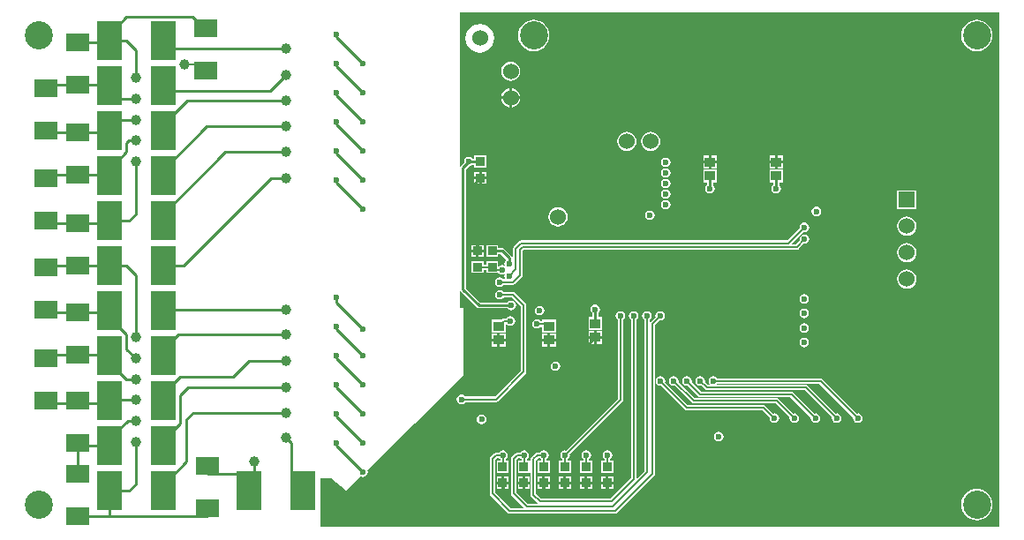
<source format=gbl>
G04 Layer_Physical_Order=4*
G04 Layer_Color=16711680*
%FSTAX24Y24*%
%MOIN*%
G70*
G01*
G75*
%ADD16R,0.0335X0.0335*%
%ADD25R,0.0394X0.0354*%
%ADD39C,0.0100*%
%ADD41C,0.0080*%
%ADD42C,0.1063*%
%ADD43R,0.0600X0.0600*%
%ADD44C,0.0600*%
%ADD45C,0.0236*%
%ADD46C,0.0394*%
%ADD47R,0.0965X0.1457*%
%ADD48R,0.0850X0.0700*%
G36*
X046313Y02713D02*
X020656Y02713D01*
Y028978D01*
X021051D01*
X021638Y028512D01*
X022184Y029049D01*
X022199Y029039D01*
X022269Y029025D01*
X022338Y029039D01*
X022397Y029078D01*
X022436Y029137D01*
X02245Y029207D01*
X022436Y029276D01*
X022428Y029289D01*
X026055Y03286D01*
X026055Y035425D01*
X025931D01*
Y046565D01*
X046313Y046565D01*
X046313Y02713D01*
D02*
G37*
%LPC*%
G36*
X034006Y032838D02*
X033937Y032824D01*
X033878Y032785D01*
X033839Y032726D01*
X033825Y032656D01*
X033839Y032587D01*
X033878Y032528D01*
X033937Y032489D01*
X034006Y032475D01*
X034037Y032481D01*
X03469Y031828D01*
X034724Y031806D01*
X034763Y031798D01*
X037858D01*
X038375Y031281D01*
X038368Y03125D01*
X038382Y031181D01*
X038422Y031122D01*
X038481Y031082D01*
X03855Y031068D01*
X038619Y031082D01*
X038678Y031122D01*
X038718Y031181D01*
X038732Y03125D01*
X038718Y031319D01*
X038678Y031378D01*
X038619Y031418D01*
X03855Y031432D01*
X038519Y031425D01*
X037972Y031972D01*
X037939Y031994D01*
X0379Y032002D01*
X034805D01*
X034182Y032625D01*
X034188Y032656D01*
X034174Y032726D01*
X034135Y032785D01*
X034076Y032824D01*
X034006Y032838D01*
D02*
G37*
G36*
X0335Y032832D02*
X033431Y032818D01*
X033372Y032778D01*
X033332Y03272D01*
X033318Y03265D01*
X033332Y03258D01*
X033372Y032522D01*
X033431Y032482D01*
X0335Y032468D01*
X033531Y032475D01*
X034428Y031578D01*
X034461Y031556D01*
X0345Y031548D01*
X037358D01*
X037625Y031281D01*
X037618Y03125D01*
X037632Y031181D01*
X037672Y031122D01*
X037731Y031082D01*
X0378Y031068D01*
X03787Y031082D01*
X037928Y031122D01*
X037968Y031181D01*
X037982Y03125D01*
X037968Y031319D01*
X037928Y031378D01*
X03787Y031418D01*
X0378Y031432D01*
X037769Y031425D01*
X037472Y031722D01*
X037439Y031744D01*
X0374Y031752D01*
X034542D01*
X033675Y032619D01*
X033682Y03265D01*
X033668Y03272D01*
X033628Y032778D01*
X03357Y032818D01*
X0335Y032832D01*
D02*
G37*
G36*
X034506Y032838D02*
X034437Y032824D01*
X034378Y032785D01*
X034339Y032726D01*
X034325Y032656D01*
X034339Y032587D01*
X034378Y032528D01*
X034437Y032489D01*
X034506Y032475D01*
X034537Y032481D01*
X034941Y032078D01*
X034974Y032056D01*
X035013Y032048D01*
X038408D01*
X039175Y031281D01*
X039168Y03125D01*
X039182Y031181D01*
X039222Y031122D01*
X039281Y031082D01*
X03935Y031068D01*
X03942Y031082D01*
X039478Y031122D01*
X039518Y031181D01*
X039532Y03125D01*
X039518Y031319D01*
X039478Y031378D01*
X03942Y031418D01*
X03935Y031432D01*
X039319Y031425D01*
X038522Y032222D01*
X038489Y032244D01*
X03845Y032252D01*
X035055D01*
X034682Y032625D01*
X034688Y032656D01*
X034674Y032726D01*
X034635Y032785D01*
X034576Y032824D01*
X034506Y032838D01*
D02*
G37*
G36*
X027444Y036092D02*
X027374Y036078D01*
X027315Y036038D01*
X027276Y035979D01*
X027262Y03591D01*
X027276Y03584D01*
X027315Y035782D01*
X027374Y035742D01*
X027444Y035728D01*
X027513Y035742D01*
X027572Y035782D01*
X02759Y035808D01*
X027901D01*
X028242Y035468D01*
Y033052D01*
X027251Y032062D01*
X02614D01*
X026122Y032088D01*
X026063Y032128D01*
X025994Y032142D01*
X025924Y032128D01*
X025865Y032088D01*
X025826Y03203D01*
X025812Y03196D01*
X025826Y03189D01*
X025865Y031832D01*
X025924Y031792D01*
X025994Y031778D01*
X026063Y031792D01*
X026122Y031832D01*
X02614Y031858D01*
X027294D01*
X027333Y031866D01*
X027366Y031888D01*
X028416Y032938D01*
X028438Y032971D01*
X028446Y03301D01*
Y03551D01*
X028438Y035549D01*
X028416Y035582D01*
X028016Y035982D01*
X027983Y036004D01*
X027944Y036012D01*
X02759D01*
X027572Y036038D01*
X027513Y036078D01*
X027444Y036092D01*
D02*
G37*
G36*
X035006Y032838D02*
X034937Y032824D01*
X034878Y032785D01*
X034839Y032726D01*
X034825Y032656D01*
X034839Y032587D01*
X034878Y032528D01*
X034937Y032489D01*
X035006Y032475D01*
X035038Y032481D01*
X03519Y032328D01*
X035224Y032306D01*
X035263Y032298D01*
X038958D01*
X039975Y031281D01*
X039968Y03125D01*
X039982Y031181D01*
X040022Y031122D01*
X04008Y031082D01*
X04015Y031068D01*
X040219Y031082D01*
X040278Y031122D01*
X040318Y031181D01*
X040332Y03125D01*
X040318Y031319D01*
X040278Y031378D01*
X040219Y031418D01*
X04015Y031432D01*
X040119Y031425D01*
X039072Y032472D01*
X039039Y032494D01*
X039Y032502D01*
X035599Y032502D01*
X035628Y032522D01*
X035646Y032548D01*
X039508D01*
X040775Y031281D01*
X040768Y03125D01*
X040782Y031181D01*
X040822Y031122D01*
X04088Y031082D01*
X04095Y031068D01*
X041019Y031082D01*
X041078Y031122D01*
X041118Y031181D01*
X041132Y03125D01*
X041118Y031319D01*
X041078Y031378D01*
X041019Y031418D01*
X04095Y031432D01*
X040919Y031425D01*
X039622Y032722D01*
X039589Y032744D01*
X03955Y032752D01*
X035646D01*
X035628Y032778D01*
X03557Y032818D01*
X0355Y032832D01*
X035431Y032818D01*
X035372Y032778D01*
X035332Y03272D01*
X035318Y03265D01*
X035332Y03258D01*
X035372Y032522D01*
X035401Y032502D01*
X035305D01*
X035182Y032625D01*
X035188Y032656D01*
X035174Y032726D01*
X035135Y032785D01*
X035076Y032824D01*
X035006Y032838D01*
D02*
G37*
G36*
X026748Y031387D02*
X026679Y031373D01*
X02662Y031334D01*
X02658Y031275D01*
X026566Y031206D01*
X02658Y031136D01*
X02662Y031077D01*
X026679Y031038D01*
X026748Y031024D01*
X026818Y031038D01*
X026876Y031077D01*
X026916Y031136D01*
X02693Y031206D01*
X026916Y031275D01*
X026876Y031334D01*
X026818Y031373D01*
X026748Y031387D01*
D02*
G37*
G36*
X0315Y030032D02*
X03143Y030018D01*
X031372Y029978D01*
X031332Y02992D01*
X031318Y02985D01*
X031332Y02978D01*
X031372Y029722D01*
X031398Y029704D01*
Y029642D01*
X031266D01*
Y029188D01*
X031721D01*
Y029642D01*
X031602D01*
Y029704D01*
X031628Y029722D01*
X031668Y02978D01*
X031682Y02985D01*
X031668Y02992D01*
X031628Y029978D01*
X031569Y030018D01*
X0315Y030032D01*
D02*
G37*
G36*
X0307D02*
X030631Y030018D01*
X030572Y029978D01*
X030532Y02992D01*
X030518Y02985D01*
X030532Y02978D01*
X030572Y029722D01*
X030598Y029704D01*
Y029642D01*
X030466D01*
Y029188D01*
X030921D01*
Y029642D01*
X030802D01*
Y029704D01*
X030828Y029722D01*
X030868Y02978D01*
X030882Y02985D01*
X030868Y02992D01*
X030828Y029978D01*
X03077Y030018D01*
X0307Y030032D01*
D02*
G37*
G36*
X033494Y035292D02*
X033424Y035278D01*
X033365Y035238D01*
X033326Y03518D01*
X033312Y03511D01*
X033318Y035079D01*
X033128Y034888D01*
X033106Y034855D01*
X033098Y034816D01*
Y029192D01*
X033095Y029189D01*
X033096Y029194D01*
Y034964D01*
X033122Y034982D01*
X033161Y035041D01*
X033175Y03511D01*
X033161Y03518D01*
X033122Y035238D01*
X033063Y035278D01*
X032994Y035292D01*
X032924Y035278D01*
X032865Y035238D01*
X032826Y03518D01*
X032812Y03511D01*
X032826Y035041D01*
X032865Y034982D01*
X032892Y034964D01*
Y029236D01*
X032595Y028939D01*
X032596Y028944D01*
Y034964D01*
X032622Y034982D01*
X032661Y035041D01*
X032675Y03511D01*
X032661Y03518D01*
X032622Y035238D01*
X032563Y035278D01*
X032494Y035292D01*
X032424Y035278D01*
X032365Y035238D01*
X032326Y03518D01*
X032312Y03511D01*
X032326Y035041D01*
X032365Y034982D01*
X032392Y034964D01*
Y028986D01*
X031608Y028202D01*
X028992D01*
X028802Y028392D01*
Y029658D01*
X028892Y029748D01*
X028954D01*
X028972Y029722D01*
X028998Y029704D01*
Y029642D01*
X028866D01*
Y029188D01*
X029321D01*
Y029642D01*
X029202D01*
Y029704D01*
X029228Y029722D01*
X029268Y02978D01*
X029282Y02985D01*
X029268Y02992D01*
X029228Y029978D01*
X029169Y030018D01*
X0291Y030032D01*
X02903Y030018D01*
X028972Y029978D01*
X028954Y029952D01*
X02885D01*
X028811Y029944D01*
X028778Y029922D01*
X028628Y029772D01*
X028606Y029739D01*
X028598Y0297D01*
Y02835D01*
X028606Y028311D01*
X028628Y028278D01*
X028878Y028028D01*
X028911Y028006D01*
X02893Y028002D01*
X028492D01*
X028052Y028442D01*
Y029658D01*
X028142Y029748D01*
X028204D01*
X028222Y029722D01*
X028248Y029704D01*
Y029642D01*
X028116D01*
Y029188D01*
X028571D01*
Y029642D01*
X028452D01*
Y029704D01*
X028478Y029722D01*
X028518Y02978D01*
X028532Y02985D01*
X028518Y02992D01*
X028478Y029978D01*
X028419Y030018D01*
X02835Y030032D01*
X02828Y030018D01*
X028222Y029978D01*
X028204Y029952D01*
X0281D01*
X028061Y029944D01*
X028028Y029922D01*
X027878Y029772D01*
X027856Y029739D01*
X027848Y0297D01*
Y0284D01*
X027856Y028361D01*
X027878Y028328D01*
X028354Y027852D01*
X028354Y027852D01*
X027842D01*
X027252Y028442D01*
Y029658D01*
X027342Y029748D01*
X027404D01*
X027422Y029722D01*
X027448Y029704D01*
Y029642D01*
X027316D01*
Y029188D01*
X027771D01*
Y029642D01*
X027652D01*
Y029704D01*
X027678Y029722D01*
X027718Y02978D01*
X027732Y02985D01*
X027718Y02992D01*
X027678Y029978D01*
X02762Y030018D01*
X02755Y030032D01*
X02748Y030018D01*
X027422Y029978D01*
X027404Y029952D01*
X0273D01*
X027261Y029944D01*
X027228Y029922D01*
X027078Y029772D01*
X027056Y029739D01*
X027048Y0297D01*
Y0284D01*
X027056Y028361D01*
X027078Y028328D01*
X027728Y027678D01*
X027761Y027656D01*
X0278Y027648D01*
X0318D01*
X031839Y027656D01*
X031872Y027678D01*
X033272Y029078D01*
X033294Y029111D01*
X033302Y02915D01*
Y034774D01*
X033463Y034935D01*
X033494Y034928D01*
X033563Y034942D01*
X033622Y034982D01*
X033661Y035041D01*
X033675Y03511D01*
X033661Y03518D01*
X033622Y035238D01*
X033563Y035278D01*
X033494Y035292D01*
D02*
G37*
G36*
X0357Y030735D02*
X035631Y030721D01*
X035572Y030682D01*
X035533Y030623D01*
X035519Y030553D01*
X035533Y030484D01*
X035572Y030425D01*
X035631Y030386D01*
X0357Y030372D01*
X03577Y030386D01*
X035829Y030425D01*
X035868Y030484D01*
X035882Y030553D01*
X035868Y030623D01*
X035829Y030682D01*
X03577Y030721D01*
X0357Y030735D01*
D02*
G37*
G36*
X031994Y035292D02*
X031924Y035278D01*
X031865Y035238D01*
X031826Y03518D01*
X031812Y03511D01*
X031826Y035041D01*
X031865Y034982D01*
X031892Y034964D01*
Y031986D01*
X029931Y030025D01*
X0299Y030032D01*
X029831Y030018D01*
X029772Y029978D01*
X029732Y02992D01*
X029718Y02985D01*
X029732Y02978D01*
X029772Y029722D01*
X029798Y029704D01*
Y029642D01*
X029666D01*
Y029188D01*
X030121D01*
Y029642D01*
X030002D01*
Y029704D01*
X030028Y029722D01*
X030068Y02978D01*
X030082Y02985D01*
X030075Y029881D01*
X032066Y031872D01*
X032088Y031905D01*
X032096Y031944D01*
Y034964D01*
X032122Y034982D01*
X032161Y035041D01*
X032175Y03511D01*
X032161Y03518D01*
X032122Y035238D01*
X032063Y035278D01*
X031994Y035292D01*
D02*
G37*
G36*
X029544Y033392D02*
X029474Y033378D01*
X029415Y033338D01*
X029376Y03328D01*
X029362Y03321D01*
X029376Y03314D01*
X029415Y033082D01*
X029474Y033042D01*
X029544Y033028D01*
X029613Y033042D01*
X029672Y033082D01*
X029711Y03314D01*
X029725Y03321D01*
X029711Y03328D01*
X029672Y033338D01*
X029613Y033378D01*
X029544Y033392D01*
D02*
G37*
G36*
X029244Y034431D02*
X029037D01*
Y034244D01*
X029244D01*
Y034431D01*
D02*
G37*
G36*
X027344D02*
X027137D01*
Y034244D01*
X027344D01*
Y034431D01*
D02*
G37*
G36*
X031301Y034244D02*
X031094D01*
Y034057D01*
X031301D01*
Y034244D01*
D02*
G37*
G36*
X030994Y034531D02*
X030787D01*
Y034344D01*
X030994D01*
Y034531D01*
D02*
G37*
G36*
X029551Y034431D02*
X029344D01*
Y034244D01*
X029551D01*
Y034431D01*
D02*
G37*
G36*
X027651D02*
X027444D01*
Y034244D01*
X027651D01*
Y034431D01*
D02*
G37*
G36*
Y034144D02*
X027444D01*
Y033957D01*
X027651D01*
Y034144D01*
D02*
G37*
G36*
X027344D02*
X027137D01*
Y033957D01*
X027344D01*
Y034144D01*
D02*
G37*
G36*
X038932Y034282D02*
X038862Y034268D01*
X038803Y034228D01*
X038764Y034169D01*
X03875Y0341D01*
X038764Y03403D01*
X038803Y033972D01*
X038862Y033932D01*
X038932Y033918D01*
X039001Y033932D01*
X03906Y033972D01*
X039099Y03403D01*
X039113Y0341D01*
X039099Y034169D01*
X03906Y034228D01*
X039001Y034268D01*
X038932Y034282D01*
D02*
G37*
G36*
X030994Y034244D02*
X030787D01*
Y034057D01*
X030994D01*
Y034244D01*
D02*
G37*
G36*
X029551Y034144D02*
X029344D01*
Y033957D01*
X029551D01*
Y034144D01*
D02*
G37*
G36*
X029244D02*
X029037D01*
Y033957D01*
X029244D01*
Y034144D01*
D02*
G37*
G36*
X030121Y028755D02*
X029944D01*
Y028578D01*
X030121D01*
Y028755D01*
D02*
G37*
G36*
X029844D02*
X029666D01*
Y028578D01*
X029844D01*
Y028755D01*
D02*
G37*
G36*
X029321D02*
X029144D01*
Y028578D01*
X029321D01*
Y028755D01*
D02*
G37*
G36*
X031444D02*
X031266D01*
Y028578D01*
X031444D01*
Y028755D01*
D02*
G37*
G36*
X030921D02*
X030744D01*
Y028578D01*
X030921D01*
Y028755D01*
D02*
G37*
G36*
X030644D02*
X030466D01*
Y028578D01*
X030644D01*
Y028755D01*
D02*
G37*
G36*
X027771D02*
X027594D01*
Y028578D01*
X027771D01*
Y028755D01*
D02*
G37*
G36*
X027494D02*
X027316D01*
Y028578D01*
X027494D01*
Y028755D01*
D02*
G37*
G36*
X045449Y028579D02*
X045333Y028567D01*
X045221Y028533D01*
X045119Y028478D01*
X045029Y028405D01*
X044955Y028314D01*
X0449Y028212D01*
X044866Y0281D01*
X044854Y027984D01*
X044866Y027868D01*
X0449Y027757D01*
X044955Y027654D01*
X045029Y027564D01*
X045119Y02749D01*
X045221Y027435D01*
X045333Y027401D01*
X045449Y02739D01*
X045565Y027401D01*
X045676Y027435D01*
X045779Y02749D01*
X045869Y027564D01*
X045943Y027654D01*
X045998Y027757D01*
X046032Y027868D01*
X046043Y027984D01*
X046032Y0281D01*
X045998Y028212D01*
X045943Y028314D01*
X045869Y028405D01*
X045779Y028478D01*
X045676Y028533D01*
X045565Y028567D01*
X045449Y028579D01*
D02*
G37*
G36*
X029044Y028755D02*
X028866D01*
Y028578D01*
X029044D01*
Y028755D01*
D02*
G37*
G36*
X028571D02*
X028394D01*
Y028578D01*
X028571D01*
Y028755D01*
D02*
G37*
G36*
X028294D02*
X028116D01*
Y028578D01*
X028294D01*
Y028755D01*
D02*
G37*
G36*
X031721D02*
X031544D01*
Y028578D01*
X031721D01*
Y028755D01*
D02*
G37*
G36*
X030644Y029032D02*
X030466D01*
Y028855D01*
X030644D01*
Y029032D01*
D02*
G37*
G36*
X030121D02*
X029944D01*
Y028855D01*
X030121D01*
Y029032D01*
D02*
G37*
G36*
X029844D02*
X029666D01*
Y028855D01*
X029844D01*
Y029032D01*
D02*
G37*
G36*
X031721D02*
X031544D01*
Y028855D01*
X031721D01*
Y029032D01*
D02*
G37*
G36*
X031444D02*
X031266D01*
Y028855D01*
X031444D01*
Y029032D01*
D02*
G37*
G36*
X030921D02*
X030744D01*
Y028855D01*
X030921D01*
Y029032D01*
D02*
G37*
G36*
X028294D02*
X028116D01*
Y028855D01*
X028294D01*
Y029032D01*
D02*
G37*
G36*
X027771D02*
X027594D01*
Y028855D01*
X027771D01*
Y029032D01*
D02*
G37*
G36*
X027494D02*
X027316D01*
Y028855D01*
X027494D01*
Y029032D01*
D02*
G37*
G36*
X029321D02*
X029144D01*
Y028855D01*
X029321D01*
Y029032D01*
D02*
G37*
G36*
X029044D02*
X028866D01*
Y028855D01*
X029044D01*
Y029032D01*
D02*
G37*
G36*
X028571D02*
X028394D01*
Y028855D01*
X028571D01*
Y029032D01*
D02*
G37*
G36*
X038131Y040876D02*
X037924D01*
Y040689D01*
X038131D01*
Y040876D01*
D02*
G37*
G36*
X037824D02*
X037617D01*
Y040689D01*
X037824D01*
Y040876D01*
D02*
G37*
G36*
X035631D02*
X035424D01*
Y040689D01*
X035631D01*
Y040876D01*
D02*
G37*
G36*
Y041163D02*
X035424D01*
Y040976D01*
X035631D01*
Y041163D01*
D02*
G37*
G36*
X035324D02*
X035117D01*
Y040976D01*
X035324D01*
Y041163D01*
D02*
G37*
G36*
X0337Y041092D02*
X03363Y041078D01*
X033572Y041038D01*
X033532Y040979D01*
X033518Y04091D01*
X033532Y040841D01*
X033572Y040782D01*
X03363Y040742D01*
X0337Y040728D01*
X03377Y040742D01*
X033828Y040782D01*
X033868Y040841D01*
X033882Y04091D01*
X033868Y040979D01*
X033828Y041038D01*
X03377Y041078D01*
X0337Y041092D01*
D02*
G37*
G36*
Y040692D02*
X03363Y040678D01*
X033572Y040638D01*
X033532Y04058D01*
X033518Y04051D01*
X033532Y040441D01*
X033572Y040382D01*
X03363Y040342D01*
X0337Y040328D01*
X03377Y040342D01*
X033828Y040382D01*
X033868Y040441D01*
X033882Y04051D01*
X033868Y04058D01*
X033828Y040638D01*
X03377Y040678D01*
X0337Y040692D01*
D02*
G37*
G36*
X026929Y040275D02*
X026751D01*
Y040098D01*
X026929D01*
Y040275D01*
D02*
G37*
G36*
X026651D02*
X026474D01*
Y040098D01*
X026651D01*
Y040275D01*
D02*
G37*
G36*
X035324Y040876D02*
X035117D01*
Y040689D01*
X035324D01*
Y040876D01*
D02*
G37*
G36*
X026929Y040552D02*
X026751D01*
Y040375D01*
X026929D01*
Y040552D01*
D02*
G37*
G36*
X026651D02*
X026474D01*
Y040375D01*
X026651D01*
Y040552D01*
D02*
G37*
G36*
X037824Y041163D02*
X037617D01*
Y040976D01*
X037824D01*
Y041163D01*
D02*
G37*
G36*
X02785Y044713D02*
X027756Y044701D01*
X027668Y044664D01*
X027593Y044607D01*
X027536Y044532D01*
X027499Y044444D01*
X027487Y04435D01*
X027499Y044256D01*
X027536Y044168D01*
X027593Y044093D01*
X027668Y044036D01*
X027756Y043999D01*
X02785Y043987D01*
X027944Y043999D01*
X028032Y044036D01*
X028107Y044093D01*
X028164Y044168D01*
X028201Y044256D01*
X028213Y04435D01*
X028201Y044444D01*
X028164Y044532D01*
X028107Y044607D01*
X028032Y044664D01*
X027944Y044701D01*
X02785Y044713D01*
D02*
G37*
G36*
X0279Y043707D02*
Y0434D01*
X028207D01*
X028201Y043444D01*
X028164Y043532D01*
X028107Y043607D01*
X028032Y043664D01*
X027944Y043701D01*
X0279Y043707D01*
D02*
G37*
G36*
X0278D02*
X027756Y043701D01*
X027668Y043664D01*
X027593Y043607D01*
X027536Y043532D01*
X027499Y043444D01*
X027493Y0434D01*
X0278D01*
Y043707D01*
D02*
G37*
G36*
X045449Y046295D02*
X045333Y046284D01*
X045221Y04625D01*
X045119Y046195D01*
X045029Y046121D01*
X044955Y046031D01*
X0449Y045928D01*
X044866Y045817D01*
X044854Y045701D01*
X044866Y045585D01*
X0449Y045473D01*
X044955Y045371D01*
X045029Y045281D01*
X045119Y045207D01*
X045221Y045152D01*
X045333Y045118D01*
X045449Y045106D01*
X045565Y045118D01*
X045676Y045152D01*
X045779Y045207D01*
X045869Y045281D01*
X045943Y045371D01*
X045998Y045473D01*
X046032Y045585D01*
X046043Y045701D01*
X046032Y045817D01*
X045998Y045928D01*
X045943Y046031D01*
X045869Y046121D01*
X045779Y046195D01*
X045676Y04625D01*
X045565Y046284D01*
X045449Y046295D01*
D02*
G37*
G36*
X028717D02*
X028601Y046284D01*
X028489Y04625D01*
X028386Y046195D01*
X028296Y046121D01*
X028222Y046031D01*
X028167Y045928D01*
X028134Y045817D01*
X028122Y045701D01*
X028134Y045585D01*
X028167Y045473D01*
X028222Y045371D01*
X028296Y045281D01*
X028386Y045207D01*
X028489Y045152D01*
X028601Y045118D01*
X028717Y045106D01*
X028832Y045118D01*
X028944Y045152D01*
X029047Y045207D01*
X029137Y045281D01*
X029211Y045371D01*
X029266Y045473D01*
X029299Y045585D01*
X029311Y045701D01*
X029299Y045817D01*
X029266Y045928D01*
X029211Y046031D01*
X029137Y046121D01*
X029047Y046195D01*
X028944Y04625D01*
X028832Y046284D01*
X028717Y046295D01*
D02*
G37*
G36*
X026681Y046141D02*
X026542Y046122D01*
X026411Y046068D01*
X026299Y045982D01*
X026213Y04587D01*
X026159Y04574D01*
X026141Y0456D01*
X026159Y04546D01*
X026213Y04533D01*
X026299Y045218D01*
X026411Y045132D01*
X026542Y045078D01*
X026681Y045059D01*
X026821Y045078D01*
X026952Y045132D01*
X027064Y045218D01*
X02715Y04533D01*
X027204Y04546D01*
X027222Y0456D01*
X027204Y04574D01*
X02715Y04587D01*
X027064Y045982D01*
X026952Y046068D01*
X026821Y046122D01*
X026681Y046141D01*
D02*
G37*
G36*
X032232Y042063D02*
X032138Y042051D01*
X03205Y042014D01*
X031975Y041957D01*
X031917Y041882D01*
X031881Y041794D01*
X031868Y0417D01*
X031881Y041606D01*
X031917Y041518D01*
X031975Y041443D01*
X03205Y041386D01*
X032138Y041349D01*
X032232Y041337D01*
X032325Y041349D01*
X032413Y041386D01*
X032488Y041443D01*
X032546Y041518D01*
X032582Y041606D01*
X032595Y0417D01*
X032582Y041794D01*
X032546Y041882D01*
X032488Y041957D01*
X032413Y042014D01*
X032325Y042051D01*
X032232Y042063D01*
D02*
G37*
G36*
X026929Y041162D02*
X026474D01*
Y041049D01*
X026408D01*
X026397Y041065D01*
X026338Y041105D01*
X026268Y041118D01*
X026199Y041105D01*
X02614Y041065D01*
X026101Y041006D01*
X026087Y040937D01*
X026091Y040914D01*
X025963Y04078D01*
X025952Y040762D01*
X02594Y040745D01*
X02594Y040744D01*
X025939Y040743D01*
X025936Y040722D01*
X025932Y040702D01*
Y03611D01*
X025932Y03611D01*
X02594Y036067D01*
X025964Y036031D01*
X026568Y035428D01*
X026568Y035428D01*
X026604Y035403D01*
X026647Y035395D01*
X026647Y035395D01*
X027729D01*
X02774Y035378D01*
X027799Y035339D01*
X027868Y035325D01*
X027938Y035339D01*
X027997Y035378D01*
X028036Y035437D01*
X02805Y035507D01*
X028036Y035576D01*
X027997Y035635D01*
X027938Y035675D01*
X027868Y035688D01*
X027799Y035675D01*
X02774Y035635D01*
X027729Y035619D01*
X026693D01*
X026156Y036156D01*
Y040657D01*
X026253Y040758D01*
X026268Y040755D01*
X026338Y040769D01*
X026397Y040808D01*
X026408Y040825D01*
X026474D01*
Y040708D01*
X026929D01*
Y041162D01*
D02*
G37*
G36*
X038131Y041163D02*
X037924D01*
Y040976D01*
X038131D01*
Y041163D01*
D02*
G37*
G36*
X028207Y0433D02*
X0279D01*
Y042993D01*
X027944Y042999D01*
X028032Y043036D01*
X028107Y043093D01*
X028164Y043168D01*
X028201Y043256D01*
X028207Y0433D01*
D02*
G37*
G36*
X0278D02*
X027493D01*
X027499Y043256D01*
X027536Y043168D01*
X027593Y043093D01*
X027668Y043036D01*
X027756Y042999D01*
X0278Y042993D01*
Y0433D01*
D02*
G37*
G36*
X033131Y042063D02*
X033038Y042051D01*
X03295Y042014D01*
X032875Y041957D01*
X032817Y041882D01*
X032781Y041794D01*
X032768Y0417D01*
X032781Y041606D01*
X032817Y041518D01*
X032875Y041443D01*
X03295Y041386D01*
X033038Y041349D01*
X033131Y041337D01*
X033225Y041349D01*
X033313Y041386D01*
X033388Y041443D01*
X033446Y041518D01*
X033482Y041606D01*
X033495Y0417D01*
X033482Y041794D01*
X033446Y041882D01*
X033388Y041957D01*
X033313Y042014D01*
X033225Y042051D01*
X033131Y042063D01*
D02*
G37*
G36*
X0428Y036863D02*
X042706Y036851D01*
X042618Y036814D01*
X042543Y036757D01*
X042486Y036682D01*
X042449Y036594D01*
X042437Y0365D01*
X042449Y036406D01*
X042486Y036318D01*
X042543Y036243D01*
X042618Y036186D01*
X042706Y036149D01*
X0428Y036137D01*
X042894Y036149D01*
X042982Y036186D01*
X043057Y036243D01*
X043114Y036318D01*
X043151Y036406D01*
X043163Y0365D01*
X043151Y036594D01*
X043114Y036682D01*
X043057Y036757D01*
X042982Y036814D01*
X042894Y036851D01*
X0428Y036863D01*
D02*
G37*
G36*
X038932Y035932D02*
X038862Y035918D01*
X038803Y035878D01*
X038764Y035819D01*
X03875Y03575D01*
X038764Y03568D01*
X038803Y035622D01*
X038862Y035582D01*
X038932Y035568D01*
X039001Y035582D01*
X03906Y035622D01*
X039099Y03568D01*
X039113Y03575D01*
X039099Y035819D01*
X03906Y035878D01*
X039001Y035918D01*
X038932Y035932D01*
D02*
G37*
G36*
X028944Y035492D02*
X028874Y035478D01*
X028815Y035438D01*
X028776Y03538D01*
X028762Y03531D01*
X028776Y03524D01*
X028815Y035182D01*
X028874Y035142D01*
X028944Y035128D01*
X029013Y035142D01*
X029072Y035182D01*
X029111Y03524D01*
X029125Y03531D01*
X029111Y03538D01*
X029072Y035438D01*
X029013Y035478D01*
X028944Y035492D01*
D02*
G37*
G36*
X026821Y037515D02*
X026644D01*
Y037338D01*
X026821D01*
Y037515D01*
D02*
G37*
G36*
X026544D02*
X026366D01*
Y037338D01*
X026544D01*
Y037515D01*
D02*
G37*
G36*
X0428Y037863D02*
X042706Y037851D01*
X042618Y037814D01*
X042543Y037757D01*
X042486Y037682D01*
X042449Y037594D01*
X042437Y0375D01*
X042449Y037406D01*
X042486Y037318D01*
X042543Y037243D01*
X042618Y037186D01*
X042706Y037149D01*
X0428Y037137D01*
X042894Y037149D01*
X042982Y037186D01*
X043057Y037243D01*
X043114Y037318D01*
X043151Y037406D01*
X043163Y0375D01*
X043151Y037594D01*
X043114Y037682D01*
X043057Y037757D01*
X042982Y037814D01*
X042894Y037851D01*
X0428Y037863D01*
D02*
G37*
G36*
X028844Y034992D02*
X028774Y034978D01*
X028715Y034938D01*
X028676Y03488D01*
X028662Y03481D01*
X028676Y034741D01*
X028715Y034682D01*
X028774Y034642D01*
X028844Y034628D01*
X028913Y034642D01*
X028972Y034682D01*
X02899Y034708D01*
X029037D01*
Y034489D01*
X029551D01*
Y034963D01*
X029037D01*
Y034912D01*
X02899D01*
X028972Y034938D01*
X028913Y034978D01*
X028844Y034992D01*
D02*
G37*
G36*
X038932Y034832D02*
X038862Y034818D01*
X038803Y034778D01*
X038764Y03472D01*
X03875Y03465D01*
X038764Y034581D01*
X038803Y034522D01*
X038862Y034482D01*
X038932Y034468D01*
X039001Y034482D01*
X03906Y034522D01*
X039099Y034581D01*
X039113Y03465D01*
X039099Y03472D01*
X03906Y034778D01*
X039001Y034818D01*
X038932Y034832D01*
D02*
G37*
G36*
X031301Y034531D02*
X031094D01*
Y034344D01*
X031301D01*
Y034531D01*
D02*
G37*
G36*
X038932Y035382D02*
X038862Y035368D01*
X038803Y035328D01*
X038764Y035269D01*
X03875Y0352D01*
X038764Y035131D01*
X038803Y035072D01*
X038862Y035032D01*
X038932Y035018D01*
X039001Y035032D01*
X03906Y035072D01*
X039099Y035131D01*
X039113Y0352D01*
X039099Y035269D01*
X03906Y035328D01*
X039001Y035368D01*
X038932Y035382D01*
D02*
G37*
G36*
X027839Y035096D02*
X027769Y035082D01*
X027711Y035043D01*
X027693Y035017D01*
X027583D01*
X027544Y035009D01*
X027511Y034987D01*
X027487Y034963D01*
X027137D01*
Y034489D01*
X027651D01*
Y034813D01*
X027693D01*
X027711Y034786D01*
X027769Y034747D01*
X027839Y034733D01*
X027908Y034747D01*
X027967Y034786D01*
X028007Y034845D01*
X028021Y034915D01*
X028007Y034984D01*
X027967Y035043D01*
X027908Y035082D01*
X027839Y035096D01*
D02*
G37*
G36*
X031044Y035542D02*
X030974Y035528D01*
X030915Y035488D01*
X030876Y035429D01*
X030862Y03536D01*
X030876Y035291D01*
X030915Y035232D01*
X030932Y035221D01*
Y035063D01*
X030787D01*
Y034589D01*
X031301D01*
Y035063D01*
X031156D01*
Y035221D01*
X031172Y035232D01*
X031211Y035291D01*
X031225Y03536D01*
X031211Y035429D01*
X031172Y035488D01*
X031113Y035528D01*
X031044Y035542D01*
D02*
G37*
G36*
X026544Y037792D02*
X026366D01*
Y037615D01*
X026544D01*
Y037792D01*
D02*
G37*
G36*
X0337Y039892D02*
X03363Y039878D01*
X033572Y039838D01*
X033532Y03978D01*
X033518Y03971D01*
X033532Y039641D01*
X033572Y039582D01*
X03363Y039542D01*
X0337Y039528D01*
X03377Y039542D01*
X033828Y039582D01*
X033868Y039641D01*
X033882Y03971D01*
X033868Y03978D01*
X033828Y039838D01*
X03377Y039878D01*
X0337Y039892D01*
D02*
G37*
G36*
X04316Y03986D02*
X04244D01*
Y03914D01*
X04316D01*
Y03986D01*
D02*
G37*
G36*
X0337Y039492D02*
X03363Y039478D01*
X033572Y039438D01*
X033532Y039379D01*
X033518Y03931D01*
X033532Y039241D01*
X033572Y039182D01*
X03363Y039142D01*
X0337Y039128D01*
X03377Y039142D01*
X033828Y039182D01*
X033868Y039241D01*
X033882Y03931D01*
X033868Y039379D01*
X033828Y039438D01*
X03377Y039478D01*
X0337Y039492D01*
D02*
G37*
G36*
Y040292D02*
X03363Y040278D01*
X033572Y040238D01*
X033532Y04018D01*
X033518Y04011D01*
X033532Y04004D01*
X033572Y039982D01*
X03363Y039942D01*
X0337Y039928D01*
X03377Y039942D01*
X033828Y039982D01*
X033868Y04004D01*
X033882Y04011D01*
X033868Y04018D01*
X033828Y040238D01*
X03377Y040278D01*
X0337Y040292D01*
D02*
G37*
G36*
X038131Y040631D02*
X037617D01*
Y040157D01*
X037762D01*
Y040049D01*
X037745Y040038D01*
X037706Y03998D01*
X037692Y03991D01*
X037706Y039841D01*
X037745Y039782D01*
X037804Y039742D01*
X037874Y039728D01*
X037943Y039742D01*
X038002Y039782D01*
X038041Y039841D01*
X038055Y03991D01*
X038041Y03998D01*
X038002Y040038D01*
X037986Y040049D01*
Y040157D01*
X038131D01*
Y040631D01*
D02*
G37*
G36*
X035631D02*
X035117D01*
Y040157D01*
X035262D01*
Y040049D01*
X035245Y040038D01*
X035206Y03998D01*
X035192Y03991D01*
X035206Y039841D01*
X035245Y039782D01*
X035304Y039742D01*
X035374Y039728D01*
X035443Y039742D01*
X035502Y039782D01*
X035541Y039841D01*
X035555Y03991D01*
X035541Y03998D01*
X035502Y040038D01*
X035486Y040049D01*
Y040157D01*
X035631D01*
Y040631D01*
D02*
G37*
G36*
X038944Y038642D02*
X038874Y038628D01*
X038815Y038588D01*
X038776Y03853D01*
X038762Y03846D01*
X038768Y038429D01*
X038301Y037962D01*
X028244D01*
X028205Y037954D01*
X028172Y037932D01*
X027972Y037732D01*
X02795Y037699D01*
X027942Y03766D01*
X027942Y037164D01*
X027912Y037208D01*
X027896Y037219D01*
Y037306D01*
X027896Y037306D01*
X027887Y037349D01*
X027863Y037386D01*
X027604Y037644D01*
X027568Y037669D01*
X027525Y037677D01*
X027525Y037677D01*
X027377D01*
Y037792D01*
X026923D01*
Y037338D01*
X027377D01*
Y037453D01*
X027478D01*
X027672Y03726D01*
Y037219D01*
X027655Y037208D01*
X027616Y03715D01*
X027602Y03708D01*
X027616Y037011D01*
X027628Y036992D01*
X027589Y037018D01*
X02752Y037032D01*
X02745Y037018D01*
X027392Y036978D01*
X027377Y036957D01*
X027377Y037182D01*
X026923D01*
Y037057D01*
X026821D01*
Y037182D01*
X026366D01*
Y036728D01*
X026821D01*
Y036853D01*
X026923D01*
Y036728D01*
X027377D01*
X027377Y036743D01*
X027392Y036722D01*
X02745Y036682D01*
X02752Y036668D01*
X027589Y036682D01*
X027628Y036708D01*
X027616Y03669D01*
X027602Y03662D01*
X027616Y036551D01*
X027654Y036494D01*
Y036494D01*
X027588D01*
X02757Y03652D01*
X027511Y03656D01*
X027442Y036573D01*
X027372Y03656D01*
X027313Y03652D01*
X027274Y036461D01*
X02726Y036392D01*
X027274Y036322D01*
X027313Y036263D01*
X027372Y036224D01*
X027442Y03621D01*
X027511Y036224D01*
X02757Y036263D01*
X027588Y03629D01*
X027926D01*
X027965Y036298D01*
X027998Y03632D01*
X028266Y036588D01*
X028288Y036621D01*
X028296Y03666D01*
Y03757D01*
X028344Y037618D01*
X038654D01*
X038693Y037626D01*
X038726Y037648D01*
X038912Y037835D01*
X038944Y037828D01*
X039013Y037842D01*
X039072Y037882D01*
X039111Y03794D01*
X039125Y03801D01*
X039111Y03808D01*
X039072Y038138D01*
X039013Y038178D01*
X038944Y038192D01*
X038874Y038178D01*
X038815Y038138D01*
X038776Y03808D01*
X038762Y03801D01*
X038768Y037979D01*
X038611Y037822D01*
X03845Y037822D01*
X038912Y038285D01*
X038944Y038278D01*
X039013Y038292D01*
X039072Y038332D01*
X039111Y038391D01*
X039125Y03846D01*
X039111Y03853D01*
X039072Y038588D01*
X039013Y038628D01*
X038944Y038642D01*
D02*
G37*
G36*
X0428Y038863D02*
X042706Y038851D01*
X042618Y038814D01*
X042543Y038757D01*
X042486Y038682D01*
X042449Y038594D01*
X042437Y0385D01*
X042449Y038406D01*
X042486Y038318D01*
X042543Y038243D01*
X042618Y038186D01*
X042706Y038149D01*
X0428Y038137D01*
X042894Y038149D01*
X042982Y038186D01*
X043057Y038243D01*
X043114Y038318D01*
X043151Y038406D01*
X043163Y0385D01*
X043151Y038594D01*
X043114Y038682D01*
X043057Y038757D01*
X042982Y038814D01*
X042894Y038851D01*
X0428Y038863D01*
D02*
G37*
G36*
X026821Y037792D02*
X026644D01*
Y037615D01*
X026821D01*
Y037792D01*
D02*
G37*
G36*
X039394Y039242D02*
X039324Y039228D01*
X039265Y039188D01*
X039226Y03913D01*
X039212Y03906D01*
X039226Y03899D01*
X039265Y038932D01*
X039324Y038892D01*
X039394Y038878D01*
X039463Y038892D01*
X039522Y038932D01*
X039561Y03899D01*
X039575Y03906D01*
X039561Y03913D01*
X039522Y039188D01*
X039463Y039228D01*
X039394Y039242D01*
D02*
G37*
G36*
X0331Y039092D02*
X033031Y039078D01*
X032972Y039038D01*
X032932Y038979D01*
X032918Y03891D01*
X032932Y03884D01*
X032972Y038782D01*
X033031Y038742D01*
X0331Y038728D01*
X03317Y038742D01*
X033228Y038782D01*
X033268Y03884D01*
X033282Y03891D01*
X033268Y038979D01*
X033228Y039038D01*
X03317Y039078D01*
X0331Y039092D01*
D02*
G37*
G36*
X029632Y039213D02*
X029538Y039201D01*
X02945Y039164D01*
X029375Y039107D01*
X029317Y039032D01*
X029281Y038944D01*
X029268Y03885D01*
X029281Y038756D01*
X029317Y038668D01*
X029375Y038593D01*
X02945Y038536D01*
X029538Y038499D01*
X029632Y038487D01*
X029725Y038499D01*
X029813Y038536D01*
X029888Y038593D01*
X029946Y038668D01*
X029982Y038756D01*
X029995Y03885D01*
X029982Y038944D01*
X029946Y039032D01*
X029888Y039107D01*
X029813Y039164D01*
X029725Y039201D01*
X029632Y039213D01*
D02*
G37*
%LPD*%
D16*
X026594Y037565D02*
D03*
Y036955D02*
D03*
X02715D02*
D03*
Y037565D02*
D03*
X031494Y029415D02*
D03*
Y028805D02*
D03*
X030694Y029415D02*
D03*
Y028805D02*
D03*
X029894Y029415D02*
D03*
Y028805D02*
D03*
X029094Y029415D02*
D03*
Y028805D02*
D03*
X027544Y029415D02*
D03*
Y028805D02*
D03*
X028344Y029415D02*
D03*
Y028805D02*
D03*
X026702Y040935D02*
D03*
Y040325D02*
D03*
D25*
X027394Y034726D02*
D03*
Y034194D02*
D03*
X029294Y034726D02*
D03*
Y034194D02*
D03*
X031044Y034826D02*
D03*
Y034294D02*
D03*
X037874Y040394D02*
D03*
Y040926D02*
D03*
X035374Y040394D02*
D03*
Y040926D02*
D03*
D39*
X030809Y03406D02*
X031044Y034294D01*
X030494Y03406D02*
X030809D01*
X029659Y034194D02*
X029794Y03406D01*
X029294Y034194D02*
X029659D01*
X027784Y03708D02*
Y037306D01*
X026647Y035507D02*
X027868D01*
X026044Y03611D02*
X026647Y035507D01*
X031044Y034826D02*
Y03536D01*
X027394Y034194D02*
X027759D01*
X028844Y03406D02*
X028978Y034194D01*
X029294D01*
X037874Y040926D02*
Y0414D01*
X035374Y040926D02*
Y04141D01*
X037874Y03991D02*
Y040394D01*
X035374Y03991D02*
Y040394D01*
X021268Y035607D02*
X022269Y034607D01*
X021268Y035607D02*
Y035807D01*
X014714Y028721D02*
X0156Y029607D01*
Y031207D01*
X01585Y031457D01*
X019368D01*
X014714Y030207D02*
Y030421D01*
X01535Y031057D01*
Y032107D01*
X01565Y032407D01*
X019368D01*
X017362Y0328D02*
X017968Y033407D01*
X019368D01*
X014714Y033821D02*
X0153Y034407D01*
X019368D01*
X014714Y035357D02*
X019368D01*
X014934Y042287D02*
Y042541D01*
X014914Y042307D02*
X014934Y042287D01*
X014754Y043947D02*
X014793Y043908D01*
X019548Y028941D02*
X019569Y028921D01*
X019548Y028941D02*
Y030327D01*
X019368Y030507D02*
X019548Y030327D01*
X021268Y045657D02*
X022269Y044657D01*
X021268Y043457D02*
X022269Y042457D01*
X021268Y044557D02*
X022269Y043557D01*
X021268Y044557D02*
Y044657D01*
Y045657D02*
Y045757D01*
Y043457D02*
Y043557D01*
Y042357D02*
Y042457D01*
Y042357D02*
X022269Y041357D01*
X021268Y041257D02*
Y041357D01*
Y041257D02*
X022269Y040257D01*
X021268Y040157D02*
Y040257D01*
Y040157D02*
X022269Y039157D01*
X021268Y034607D02*
Y034707D01*
Y034607D02*
X022269Y033607D01*
X021268Y033507D02*
Y033607D01*
Y033507D02*
X022269Y032507D01*
X021268Y032407D02*
Y032507D01*
Y032407D02*
X022269Y031407D01*
X021268Y031307D02*
Y031407D01*
Y031307D02*
X022269Y030307D01*
X021268Y030207D02*
Y030307D01*
Y030207D02*
X022269Y029207D01*
X026594Y037565D02*
Y038054D01*
X02682Y03828D01*
X027525Y037565D02*
X027784Y037306D01*
X02715Y037565D02*
X027525D01*
X029094Y028805D02*
X0291Y028799D01*
Y02835D02*
Y028799D01*
X029894Y028805D02*
X0299Y028799D01*
Y02835D02*
Y028799D01*
X030694Y028805D02*
X0307Y028799D01*
Y02835D02*
Y028799D01*
X031494Y028805D02*
X0315Y028799D01*
Y02835D02*
Y028799D01*
X028344Y02835D02*
Y028805D01*
X027544D02*
X02755Y028799D01*
Y02835D02*
Y028799D01*
X014732Y0322D02*
X014762D01*
X015361Y0328D01*
X017362D01*
X014714Y040407D02*
Y040621D01*
Y038707D02*
Y038932D01*
X011481Y04545D02*
X012629D01*
X012686Y045507D01*
X011481Y04385D02*
X012643D01*
X011481Y04205D02*
X012629D01*
X011481Y04045D02*
X012643D01*
X011481Y0386D02*
X012579D01*
X011481Y037D02*
X012679D01*
X011481Y03525D02*
X012629D01*
X011481Y03365D02*
X012643D01*
X010381Y0318D02*
X012579D01*
X010431Y03365D02*
X011481D01*
X010381Y03525D02*
X011481D01*
X010331Y037D02*
X011481D01*
X010381Y0386D02*
X011481D01*
X010431Y04045D02*
X011481D01*
X010331Y04205D02*
X011481D01*
X010431Y04385D02*
X011481D01*
Y02915D02*
Y0302D01*
Y0303D01*
Y0302D02*
X012679D01*
X011481Y02755D02*
X016381D01*
Y02915D02*
X018155D01*
Y028507D02*
Y02915D01*
Y029593D01*
X012686Y027555D02*
Y028507D01*
Y045507D02*
Y045755D01*
Y045245D02*
Y045507D01*
X013079Y0425D02*
X013681D01*
X012686Y040407D02*
Y040655D01*
Y038707D02*
X013438D01*
X013681Y03895D01*
Y04095D01*
X012681Y0433D02*
X013681D01*
X014714Y038932D02*
X017077Y041295D01*
X01937D01*
X014714Y040621D02*
X016376Y042283D01*
X01937D01*
X014934Y042541D02*
X015625Y043232D01*
X01937D01*
X014714Y037007D02*
X015488D01*
X01879Y040308D01*
X01937D01*
X014714Y043807D02*
X014921Y0436D01*
X018751D01*
X01937Y044219D01*
X012686Y045507D02*
X013325D01*
X013681Y04515D01*
Y0441D02*
Y04515D01*
X014682Y04495D02*
X014938Y045207D01*
X01937D01*
X012686Y037007D02*
X013325D01*
X013681Y03665D01*
Y0343D02*
Y03665D01*
X012686Y035045D02*
Y035307D01*
Y035045D02*
X013332Y0344D01*
Y03385D02*
Y0344D01*
Y03385D02*
X013681Y0335D01*
X012686Y033345D02*
Y033607D01*
Y033345D02*
X013332Y0327D01*
X013681D01*
X012729Y03195D02*
X013681D01*
X013382Y03115D02*
X013681D01*
X012679Y030448D02*
X013382Y03115D01*
X013681Y02875D02*
Y03035D01*
X013438Y028507D02*
X013681Y02875D01*
X012686Y028507D02*
X013438D01*
X013681Y04165D02*
Y04175D01*
X012686Y040655D02*
X013332Y0413D01*
Y04165D01*
X013432Y04175D01*
X013681D01*
X026044Y03611D02*
Y040702D01*
X026268Y040937D02*
X026702D01*
X026044Y040702D02*
X026268Y040937D01*
X02632Y0401D02*
X026477D01*
X026702Y040325D01*
X012686Y045755D02*
X013332Y0464D01*
X015832D01*
X016331Y0459D01*
D41*
X028344Y03301D02*
Y03551D01*
X027944Y03591D02*
X028344Y03551D01*
X027444Y03591D02*
X027944D01*
X032994Y029194D02*
Y03511D01*
X027394Y034726D02*
X027583Y034915D01*
X027839D01*
X028844Y03481D02*
X029209D01*
X038654Y03772D02*
X038944Y03801D01*
X028302Y03772D02*
X038654D01*
X028194Y037612D02*
X028302Y03772D01*
X028194Y03666D02*
Y037612D01*
X027926Y036392D02*
X028194Y03666D01*
X027442Y036392D02*
X027926D01*
X038344Y03786D02*
X038944Y03846D01*
X028244Y03786D02*
X038344D01*
X028044Y03766D02*
X028244Y03786D01*
X028044Y03688D02*
Y03766D01*
X027784Y03662D02*
X028044Y03688D01*
X027255Y03685D02*
X02752D01*
X026594Y036955D02*
X02715D01*
X025994Y03196D02*
X027294D01*
X028344Y03301D01*
X035006Y032656D02*
X035263Y0324D01*
X034506Y032656D02*
X035013Y03215D01*
X034006Y032656D02*
X034763Y0319D01*
X032494Y028944D02*
Y03511D01*
X030685Y029424D02*
X0307Y029439D01*
Y02985D01*
X029898Y029419D02*
X0299Y029421D01*
Y02985D01*
X031472Y029436D02*
X0315Y029464D01*
Y02985D01*
X0299D02*
X031994Y031944D01*
Y03511D01*
X03165Y0281D02*
X032494Y028944D01*
X02895Y0281D02*
X03165D01*
X0287Y02835D02*
X02895Y0281D01*
X0287Y02835D02*
Y0297D01*
X02885Y02985D01*
X0291D01*
X0355Y03265D02*
X03955D01*
X04095Y03125D01*
X035263Y0324D02*
X039D01*
X04015Y03125D01*
X035013Y03215D02*
X03845D01*
X03935Y03125D01*
X034763Y0319D02*
X0379D01*
X03855Y03125D01*
X0374Y03165D02*
X0378Y03125D01*
X0317Y0279D02*
X032994Y029194D01*
X02845Y0279D02*
X0317D01*
X0318Y02775D02*
X0332Y02915D01*
X0278Y02775D02*
X0318D01*
X02835Y029421D02*
Y02985D01*
X02755Y029421D02*
Y02985D01*
X02795Y0284D02*
X02845Y0279D01*
X02795Y0284D02*
Y0297D01*
X0281Y02985D01*
X02835D01*
X02715Y0284D02*
X0278Y02775D01*
X02715Y0284D02*
Y0297D01*
X0273Y02985D01*
X02755D01*
X0332Y02915D02*
Y034816D01*
X033494Y03511D01*
X0335Y03265D02*
X0345Y03165D01*
X0374D01*
X0291Y029421D02*
Y02985D01*
X015532Y0446D02*
X016331D01*
D42*
X010016Y027984D02*
D03*
Y045701D02*
D03*
X045449Y027984D02*
D03*
Y045701D02*
D03*
X028717D02*
D03*
D43*
X0428Y0395D02*
D03*
D44*
Y0385D02*
D03*
Y0375D02*
D03*
Y0365D02*
D03*
X026681Y0456D02*
D03*
X02785Y04335D02*
D03*
Y04435D02*
D03*
X029632Y03885D02*
D03*
X032232Y0417D02*
D03*
X033131D02*
D03*
D45*
X028981Y04009D02*
D03*
X0286Y04256D02*
D03*
X02736Y042576D02*
D03*
X025994Y03196D02*
D03*
X027444Y03591D02*
D03*
X039394Y03906D02*
D03*
X02175Y02731D02*
D03*
X021294Y02766D02*
D03*
X022244D02*
D03*
Y02806D02*
D03*
X021294D02*
D03*
X030494Y03406D02*
D03*
X029794D02*
D03*
X0357Y030553D02*
D03*
X031044Y03536D02*
D03*
X02835Y02985D02*
D03*
X040494Y03296D02*
D03*
X039944D02*
D03*
X039394D02*
D03*
X038844D02*
D03*
X038294D02*
D03*
X037744D02*
D03*
X026748Y031206D02*
D03*
X029544Y03321D02*
D03*
X0291Y02985D02*
D03*
X033494Y03511D02*
D03*
X032994D02*
D03*
X032494D02*
D03*
X031994D02*
D03*
X030294Y03241D02*
D03*
X028844Y03481D02*
D03*
X027844Y03376D02*
D03*
X028844Y03406D02*
D03*
X027844Y03411D02*
D03*
X027839Y034915D02*
D03*
X028944Y03531D02*
D03*
X030594Y03646D02*
D03*
X038944Y03801D02*
D03*
Y03846D02*
D03*
X027784Y03662D02*
D03*
Y03708D02*
D03*
X027442Y036392D02*
D03*
X037874Y0414D02*
D03*
X035374Y04141D02*
D03*
X037874Y03991D02*
D03*
X035374D02*
D03*
X034181Y0382D02*
D03*
X033131D02*
D03*
X032582D02*
D03*
X027868Y035507D02*
D03*
X032569Y039757D02*
D03*
X0337Y03931D02*
D03*
Y03971D02*
D03*
Y04011D02*
D03*
X027281Y03925D02*
D03*
X02805Y04036D02*
D03*
X022269Y034607D02*
D03*
X021268Y041357D02*
D03*
Y042457D02*
D03*
Y043557D02*
D03*
Y044657D02*
D03*
Y035807D02*
D03*
Y034707D02*
D03*
Y033607D02*
D03*
Y032507D02*
D03*
Y031407D02*
D03*
Y030307D02*
D03*
X022269Y043557D02*
D03*
Y042457D02*
D03*
Y041357D02*
D03*
Y040257D02*
D03*
Y044657D02*
D03*
X021268Y045757D02*
D03*
X022269Y039157D02*
D03*
X021268Y040257D02*
D03*
X022269Y030307D02*
D03*
Y031407D02*
D03*
Y032507D02*
D03*
Y033607D02*
D03*
Y029207D02*
D03*
X02805Y04074D02*
D03*
Y04111D02*
D03*
X02632Y0401D02*
D03*
X027281Y03975D02*
D03*
Y03875D02*
D03*
X02682Y03828D02*
D03*
X02752Y03685D02*
D03*
X0289Y03681D02*
D03*
X0316Y03406D02*
D03*
X0325Y03646D02*
D03*
X0335D02*
D03*
X0345D02*
D03*
X036D02*
D03*
X0362Y03741D02*
D03*
X03695D02*
D03*
X0386Y03711D02*
D03*
X0264Y03411D02*
D03*
Y03326D02*
D03*
Y03496D02*
D03*
X02645Y03631D02*
D03*
X0269Y03591D02*
D03*
X03485Y04206D02*
D03*
X03585D02*
D03*
X03735D02*
D03*
X0384D02*
D03*
X02805Y04256D02*
D03*
Y04211D02*
D03*
Y04166D02*
D03*
X0286Y04211D02*
D03*
X0213Y02731D02*
D03*
X02225D02*
D03*
X0213Y02846D02*
D03*
X02085Y02881D02*
D03*
X028981Y0382D02*
D03*
X029581D02*
D03*
X030082D02*
D03*
X0331Y03891D02*
D03*
X0337Y04051D02*
D03*
Y04091D02*
D03*
X03615Y03826D02*
D03*
X034581Y0382D02*
D03*
X03855Y03846D02*
D03*
X03835Y04001D02*
D03*
X0374D02*
D03*
X0359D02*
D03*
X03485D02*
D03*
X03705Y03826D02*
D03*
X0316Y03486D02*
D03*
X027112Y031587D02*
D03*
X025006Y030819D02*
D03*
X024317Y030159D02*
D03*
X022968Y028801D02*
D03*
X025616Y031419D02*
D03*
X027694Y03186D02*
D03*
X0315Y03645D02*
D03*
X029727Y03646D02*
D03*
X039494Y03711D02*
D03*
X0355Y03265D02*
D03*
X04095Y03125D02*
D03*
X04015D02*
D03*
X03935D02*
D03*
X03855D02*
D03*
X0378D02*
D03*
X035006Y032656D02*
D03*
X034506D02*
D03*
X034006D02*
D03*
X0307Y02985D02*
D03*
X0299D02*
D03*
X0315D02*
D03*
X0291Y02835D02*
D03*
X0299D02*
D03*
X0307D02*
D03*
X0315D02*
D03*
X028344D02*
D03*
X02755D02*
D03*
Y02985D02*
D03*
X0335Y03265D02*
D03*
X026268Y040937D02*
D03*
X028681Y04009D02*
D03*
X031881Y0382D02*
D03*
X027731Y03325D02*
D03*
X038932Y03575D02*
D03*
Y0352D02*
D03*
Y03465D02*
D03*
Y0341D02*
D03*
X028932Y03285D02*
D03*
D46*
X019368Y030507D02*
D03*
Y031457D02*
D03*
Y032407D02*
D03*
Y033407D02*
D03*
Y034407D02*
D03*
Y035357D02*
D03*
X013681Y03035D02*
D03*
Y03115D02*
D03*
Y03195D02*
D03*
Y0327D02*
D03*
Y0335D02*
D03*
Y04095D02*
D03*
Y04175D02*
D03*
Y0425D02*
D03*
Y0433D02*
D03*
X01937Y040308D02*
D03*
Y041295D02*
D03*
Y042283D02*
D03*
X01937Y043232D02*
D03*
Y044219D02*
D03*
Y045207D02*
D03*
X018168Y029607D02*
D03*
X013681Y0441D02*
D03*
X015532Y0446D02*
D03*
X013681Y0343D02*
D03*
D47*
X014714Y035307D02*
D03*
X012686D02*
D03*
X014714Y033607D02*
D03*
X012686D02*
D03*
X014714Y031907D02*
D03*
X012686D02*
D03*
X014714Y030207D02*
D03*
X012686D02*
D03*
X014714Y028507D02*
D03*
X012686D02*
D03*
X014714Y045507D02*
D03*
X012686D02*
D03*
X014714Y043807D02*
D03*
X012686D02*
D03*
X014714Y042107D02*
D03*
X012686D02*
D03*
X014714Y040407D02*
D03*
X012686D02*
D03*
X014714Y038707D02*
D03*
X012686D02*
D03*
X014714Y037007D02*
D03*
X012686D02*
D03*
X019982Y028507D02*
D03*
X017955D02*
D03*
D48*
X016381Y02945D02*
D03*
Y02785D02*
D03*
X010281Y0421D02*
D03*
Y0437D02*
D03*
X011481Y04385D02*
D03*
Y04545D02*
D03*
Y03365D02*
D03*
Y03525D02*
D03*
X010281Y03535D02*
D03*
Y03695D02*
D03*
X011481Y037D02*
D03*
Y0386D02*
D03*
X010281Y0387D02*
D03*
Y0403D02*
D03*
X011481Y04045D02*
D03*
Y04205D02*
D03*
X010281Y0319D02*
D03*
Y0335D02*
D03*
X011481Y0303D02*
D03*
Y0319D02*
D03*
Y02755D02*
D03*
Y02915D02*
D03*
X016331Y04598D02*
D03*
Y04438D02*
D03*
M02*

</source>
